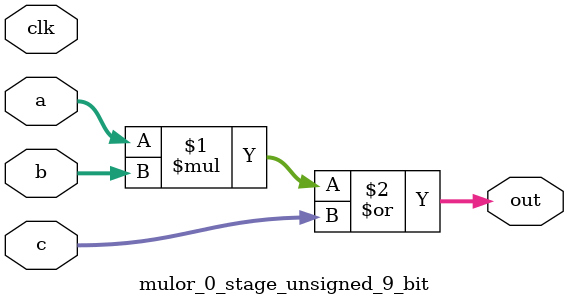
<source format=sv>
(* use_dsp = "yes" *) module mulor_0_stage_unsigned_9_bit(
	input  [8:0] a,
	input  [8:0] b,
	input  [8:0] c,
	output [8:0] out,
	input clk);

	assign out = (a * b) | c;
endmodule

</source>
